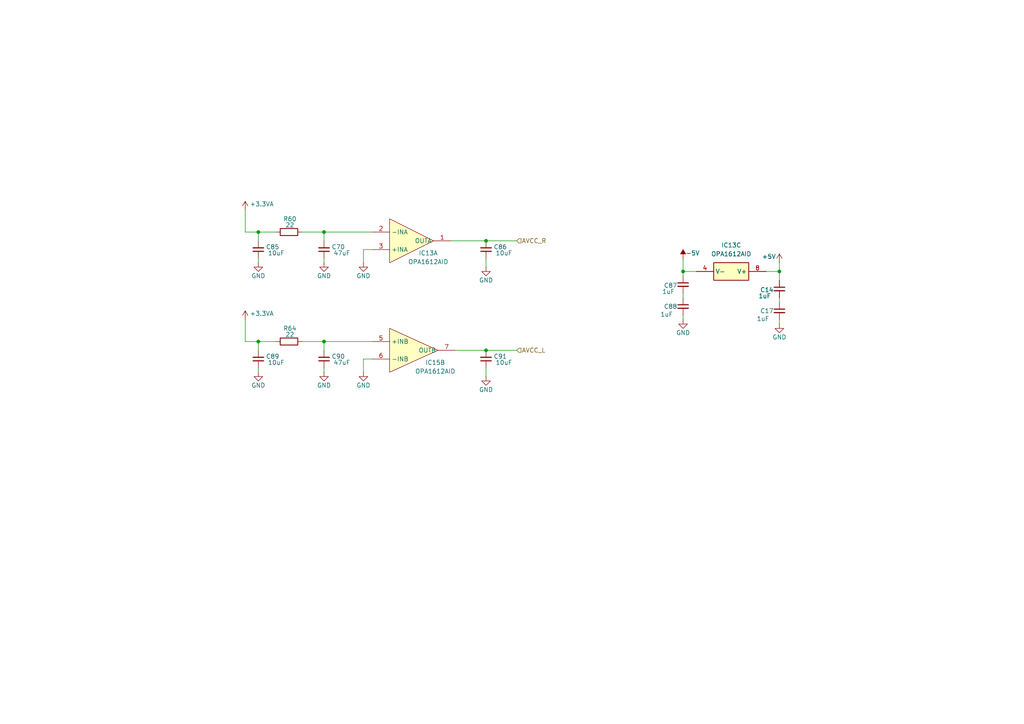
<source format=kicad_sch>
(kicad_sch (version 20250114) (generator "eeschema") (generator_version "9.0")
  (paper "A4")
  (lib_symbols
    (symbol "Device:C_Small" (pin_numbers (hide yes)) (pin_names (offset 0.254) (hide yes))
      (property "Reference" "C" (at 0.254 1.778 0))
      (property "Value" "C_Small" (at 0.254 -2.032 0))
      (symbol "C_Small_0_1"
        (polyline (pts (xy -1.524 0.508) (xy 1.524 0.508)) (stroke (width 0.3048)))
        (polyline (pts (xy -1.524 -0.508) (xy 1.524 -0.508)) (stroke (width 0.3302)))
      )
      (symbol "C_Small_1_1"
        (pin passive line (at 0 2.54 270) (length 2.032) (name "~") (number "1"))
        (pin passive line (at 0 -2.54 90) (length 2.032) (name "~") (number "2"))
      )
    )
    (symbol "Device:R" (pin_numbers (hide yes)) (pin_names (offset 0))
      (property "Reference" "R" (at 2.032 0 90))
      (property "Value" "R" (at 0 0 90))
      (symbol "R_0_1"
        (rectangle (start -1.016 -2.54) (end 1.016 2.54) (stroke (width 0.254)))
      )
      (symbol "R_1_1"
        (pin passive line (at 0 3.81 270) (length 1.27) (name "~") (number "1"))
        (pin passive line (at 0 -3.81 90) (length 1.27) (name "~") (number "2"))
      )
    )
    (symbol "OPA1612AID:OPA1612AID"
      (property "Reference" "IC" (at 8.128 -3.556 0))
      (property "Value" "OPA1612AID" (at 8.128 -6.096 0))
      (symbol "OPA1612AID_1_1"
        (polyline (pts (xy -1.27 6.35) (xy -1.27 -6.35) (xy 11.43 0) (xy -1.27 6.35)) (fill (type background)))
        (pin passive line (at -6.35 2.54 0) (length 5.08) (name "-INA") (number "2"))
        (pin passive line (at -6.35 -2.54 0) (length 5.08) (name "+INA") (number "3"))
        (pin passive line (at 16.51 0 180) (length 5.08) (name "OUTA") (number "1"))
      )
      (symbol "OPA1612AID_2_1"
        (polyline (pts (xy -1.27 6.35) (xy -1.27 -6.35) (xy 11.43 0) (xy -1.27 6.35)) (fill (type background)))
        (pin passive line (at -6.35 2.54 0) (length 5.08) (name "+INB") (number "5"))
        (pin passive line (at -6.35 -2.54 0) (length 5.08) (name "-INB") (number "6"))
        (pin passive line (at 16.51 0 180) (length 5.08) (name "OUTB") (number "7"))
      )
      (symbol "OPA1612AID_3_1"
        (rectangle (start 5.08 2.54) (end 15.24 -2.54) (stroke (width 0.254)) (fill (type background)))
        (pin passive line (at 0 0 0) (length 5.08) (name "V-") (number "4"))
        (pin passive line (at 20.32 0 180) (length 5.08) (name "V+") (number "8"))
      )
    )
    (symbol "OPA1612AID_1"
      (property "Reference" "IC13" (at 5.715 11.43 0))
      (property "Value" "OPA1612AID" (at 5.715 8.89 0))
      (symbol "OPA1612AID_1_1_1"
        (polyline (pts (xy -1.27 6.35) (xy -1.27 -6.35) (xy 13.97 0) (xy -1.27 6.35)) (fill (type background)))
        (pin passive line (at -6.35 2.54 0) (length 5.08) (name "-INA") (number "2"))
        (pin passive line (at -6.35 -2.54 0) (length 5.08) (name "+INA") (number "3"))
        (pin passive line (at 19.05 0 180) (length 5.08) (name "OUTA") (number "1"))
      )
      (symbol "OPA1612AID_1_2_1"
        (polyline (pts (xy -1.27 6.35) (xy -1.27 -6.35) (xy 12.7 0) (xy -1.27 6.35)) (fill (type background)))
        (pin passive line (at -6.35 2.54 0) (length 5.08) (name "+INB") (number "5"))
        (pin passive line (at -6.35 -2.54 0) (length 5.08) (name "-INB") (number "6"))
        (pin passive line (at 17.78 0 180) (length 5.08) (name "OUTB") (number "7"))
      )
      (symbol "OPA1612AID_1_3_1"
        (rectangle (start 5.08 2.54) (end 15.24 -2.54) (stroke (width 0.254)) (fill (type background)))
        (pin passive line (at 0 0 0) (length 5.08) (name "V-") (number "4"))
        (pin passive line (at 20.32 0 180) (length 5.08) (name "V+") (number "8"))
      )
    )
    (symbol "power:+3.3VA" (power) (pin_numbers (hide yes)) (pin_names (offset 0) (hide yes))
      (property "Value" "+3.3VA" (at 0 3.556 0))
      (symbol "+3.3VA_0_1"
        (polyline (pts (xy -0.762 1.27) (xy 0 2.54)))
        (polyline (pts (xy 0 2.54) (xy 0.762 1.27)))
        (polyline (pts (xy 0 0) (xy 0 2.54)))
      )
      (symbol "+3.3VA_1_1"
        (pin power_in line (at 0 0 90) (length 0) (name "~") (number "1"))
      )
    )
    (symbol "power:+5V" (power) (pin_numbers (hide yes)) (pin_names (offset 0) (hide yes))
      (property "Value" "+5V" (at 0 3.556 0))
      (symbol "+5V_0_1"
        (polyline (pts (xy -0.762 1.27) (xy 0 2.54)))
        (polyline (pts (xy 0 2.54) (xy 0.762 1.27)))
        (polyline (pts (xy 0 0) (xy 0 2.54)))
      )
      (symbol "+5V_1_1"
        (pin power_in line (at 0 0 90) (length 0) (name "~") (number "1"))
      )
    )
    (symbol "power:-5V" (power) (pin_numbers (hide yes)) (pin_names (offset 0) (hide yes))
      (property "Value" "-5V" (at 0 3.556 0))
      (symbol "-5V_0_0"
        (pin power_in line (at 0 0 90) (length 0) (name "~") (number "1"))
      )
      (symbol "-5V_0_1"
        (polyline (pts (xy 0 0) (xy 0 1.27) (xy 0.762 1.27) (xy 0 2.54) (xy -0.762 1.27) (xy 0 1.27)) (fill (type outline)))
      )
    )
    (symbol "power:GND" (power) (pin_numbers (hide yes)) (pin_names (offset 0) (hide yes))
      (property "Value" "GND" (at 0 -3.81 0))
      (symbol "GND_0_1"
        (polyline (pts (xy 0 0) (xy 0 -1.27) (xy 1.27 -1.27) (xy 0 -2.54) (xy -1.27 -1.27) (xy 0 -1.27)))
      )
      (symbol "GND_1_1"
        (pin power_in line (at 0 0 270) (length 0) (name "~") (number "1"))
      )
    )
  )
  (junction (at 93.98 99.06))
  (junction (at 226.06 78.74))
  (junction (at 140.97 69.85))
  (junction (at 140.97 101.6))
  (junction (at 74.93 99.06))
  (junction (at 93.98 67.31))
  (junction (at 74.93 67.31))
  (junction (at 198.12 78.74))
  (wire (pts (xy 74.93 69.85) (xy 74.93 67.31)))
  (wire (pts (xy 105.41 104.14) (xy 105.41 107.95)))
  (wire (pts (xy 140.97 101.6) (xy 149.86 101.6)))
  (wire (pts (xy 93.98 76.2) (xy 93.98 74.93)))
  (wire (pts (xy 198.12 78.74) (xy 198.12 80.01)))
  (wire (pts (xy 74.93 99.06) (xy 80.01 99.06)))
  (wire (pts (xy 93.98 101.6) (xy 93.98 99.06)))
  (wire (pts (xy 71.12 92.71) (xy 71.12 99.06)))
  (wire (pts (xy 140.97 69.85) (xy 149.86 69.85)))
  (wire (pts (xy 74.93 76.2) (xy 74.93 74.93)))
  (wire (pts (xy 198.12 85.09) (xy 198.12 86.36)))
  (wire (pts (xy 87.63 67.31) (xy 93.98 67.31)))
  (wire (pts (xy 74.93 101.6) (xy 74.93 99.06)))
  (wire (pts (xy 71.12 60.96) (xy 71.12 67.31)))
  (wire (pts (xy 87.63 99.06) (xy 93.98 99.06)))
  (wire (pts (xy 226.06 86.36) (xy 226.06 87.63)))
  (wire (pts (xy 140.97 74.93) (xy 140.97 77.47)))
  (wire (pts (xy 93.98 99.06) (xy 107.95 99.06)))
  (wire (pts (xy 198.12 74.93) (xy 198.12 78.74)))
  (wire (pts (xy 105.41 104.14) (xy 107.95 104.14)))
  (wire (pts (xy 226.06 76.2) (xy 226.06 78.74)))
  (wire (pts (xy 74.93 67.31) (xy 80.01 67.31)))
  (wire (pts (xy 132.08 101.6) (xy 140.97 101.6)))
  (wire (pts (xy 105.41 72.39) (xy 105.41 76.2)))
  (wire (pts (xy 93.98 67.31) (xy 107.95 67.31)))
  (wire (pts (xy 93.98 107.95) (xy 93.98 106.68)))
  (wire (pts (xy 198.12 91.44) (xy 198.12 92.71)))
  (wire (pts (xy 140.97 106.68) (xy 140.97 109.22)))
  (wire (pts (xy 226.06 78.74) (xy 226.06 81.28)))
  (wire (pts (xy 71.12 99.06) (xy 74.93 99.06)))
  (wire (pts (xy 198.12 78.74) (xy 201.93 78.74)))
  (wire (pts (xy 130.81 69.85) (xy 140.97 69.85)))
  (wire (pts (xy 226.06 93.98) (xy 226.06 92.71)))
  (wire (pts (xy 93.98 69.85) (xy 93.98 67.31)))
  (wire (pts (xy 107.95 72.39) (xy 105.41 72.39)))
  (wire (pts (xy 222.25 78.74) (xy 226.06 78.74)))
  (wire (pts (xy 74.93 107.95) (xy 74.93 106.68)))
  (wire (pts (xy 71.12 67.31) (xy 74.93 67.31)))
  (hierarchical_label "AVCC_R" (shape input) (at 149.86 69.85 0))
  (hierarchical_label "AVCC_L" (shape input) (at 149.86 101.6 0))
  (symbol (lib_id "power:GND") (at 198.12 92.71 0) (unit 1)
    (property "Reference" "#PWR0142" (effects (hide yes)))
    (property "Value" "GND" (at 198.12 96.52 0))
    (property "Description" "Power symbol creates a global label with name \"GND\" , ground" (effects (hide yes)))
  )
  (symbol (lib_id "Device:C_Small") (at 74.93 72.39 180) (unit 1)
    (property "Reference" "C85" (at 81.026 71.628 0) (effects (justify left)))
    (property "Value" "10uF" (at 82.55 73.406 0) (effects (justify left)))
    (property "Description" "Unpolarized capacitor, small symbol" (effects (hide yes)))
  )
  (symbol (lib_id "power:GND") (at 140.97 77.47 0) (unit 1)
    (property "Reference" "#PWR0146" (effects (hide yes)))
    (property "Value" "GND" (at 140.97 81.28 0))
    (property "Description" "Power symbol creates a global label with name \"GND\" , ground" (effects (hide yes)))
  )
  (symbol (lib_id "power:GND") (at 226.06 93.98 0) (unit 1)
    (property "Reference" "#PWR0143" (effects (hide yes)))
    (property "Value" "GND" (at 226.06 97.79 0))
    (property "Description" "Power symbol creates a global label with name \"GND\" , ground" (effects (hide yes)))
  )
  (symbol (lib_id "power:+3.3VA") (at 71.12 60.96 0) (unit 1)
    (property "Reference" "#PWR015" (effects (hide yes)))
    (property "Value" "+3.3VA" (at 75.946 59.182 0))
    (property "Description" "Power symbol creates a global label with name \"+3.3VA\"" (effects (hide yes)))
  )
  (symbol (lib_id "OPA1612AID:OPA1612AID") (at 114.3 69.85 0) (unit 1)
    (property "Reference" "IC13" (at 124.206 73.406 0))
    (property "Value" "OPA1612AID" (at 124.206 75.946 0))
    (property "Footprint" "SOIC127P600X175-8N" (effects (hide yes)))
    (property "Datasheet" "https://www.ti.com/lit/gpn/OPA1612" (effects (hide yes)))
    (property "Description" "Audio Amplifiers 1.1nV Noise Low Pwr Prec Op Amp" (effects (hide yes)))
    (property "Height" "1.75" (effects (hide yes)))
    (property "Mouser Part Number" "595-OPA1612AID" (effects (hide yes)))
    (property "Mouser Price/Stock" "https://www.mouser.co.uk/ProductDetail/Texas-Instruments/OPA1612AID?qs=6805eV47HhZ33ht61fXkkg%3D%3D" (effects (hide yes)))
    (property "Manufacturer_Name" "Texas Instruments" (effects (hide yes)))
    (property "Manufacturer_Part_Number" "OPA1612AID" (effects (hide yes)))
  )
  (symbol (lib_id "Device:C_Small") (at 74.93 104.14 180) (unit 1)
    (property "Reference" "C89" (at 81.026 103.378 0) (effects (justify left)))
    (property "Value" "10uF" (at 82.55 105.156 0) (effects (justify left)))
    (property "Description" "Unpolarized capacitor, small symbol" (effects (hide yes)))
  )
  (symbol (lib_id "power:GND") (at 93.98 76.2 0) (unit 1)
    (property "Reference" "#PWR0144" (effects (hide yes)))
    (property "Value" "GND" (at 93.98 80.01 0))
    (property "Description" "Power symbol creates a global label with name \"GND\" , ground" (effects (hide yes)))
  )
  (symbol (lib_id "Device:C_Small") (at 140.97 72.39 180) (unit 1)
    (property "Reference" "C86" (at 147.066 71.628 0) (effects (justify left)))
    (property "Value" "10uF" (at 148.59 73.406 0) (effects (justify left)))
    (property "Description" "Unpolarized capacitor, small symbol" (effects (hide yes)))
  )
  (symbol (lib_id "power:GND") (at 74.93 107.95 0) (unit 1)
    (property "Reference" "#PWR0147" (effects (hide yes)))
    (property "Value" "GND" (at 74.93 111.76 0))
    (property "Description" "Power symbol creates a global label with name \"GND\" , ground" (effects (hide yes)))
  )
  (symbol (lib_id "Device:C_Small") (at 198.12 82.55 0) (unit 1)
    (property "Reference" "C87" (at 192.532 82.804 0) (effects (justify left)))
    (property "Value" "1uF" (at 192.024 84.582 0) (effects (justify left)))
    (property "Description" "Unpolarized capacitor, small symbol" (effects (hide yes)))
  )
  (symbol (lib_id "power:GND") (at 93.98 107.95 0) (unit 1)
    (property "Reference" "#PWR0148" (effects (hide yes)))
    (property "Value" "GND" (at 93.98 111.76 0))
    (property "Description" "Power symbol creates a global label with name \"GND\" , ground" (effects (hide yes)))
  )
  (symbol (lib_id "power:GND") (at 105.41 107.95 0) (unit 1)
    (property "Reference" "#PWR0149" (effects (hide yes)))
    (property "Value" "GND" (at 105.41 111.76 0))
    (property "Description" "Power symbol creates a global label with name \"GND\" , ground" (effects (hide yes)))
  )
  (symbol (lib_id "power:+5V") (at 226.06 76.2 0) (unit 1)
    (property "Reference" "#PWR0127" (effects (hide yes)))
    (property "Value" "+5V" (at 223.012 74.422 0))
    (property "Description" "Power symbol creates a global label with name \"+5V\"" (effects (hide yes)))
  )
  (symbol (lib_id "Device:C_Small") (at 226.06 83.82 0) (unit 1)
    (property "Reference" "C14" (at 220.472 84.074 0) (effects (justify left)))
    (property "Value" "1uF" (at 219.964 85.852 0) (effects (justify left)))
    (property "Description" "Unpolarized capacitor, small symbol" (effects (hide yes)))
  )
  (symbol (lib_id "power:-5V") (at 198.12 74.93 0) (unit 1)
    (property "Reference" "#PWR0120" (effects (hide yes)))
    (property "Value" "-5V" (at 200.914 73.406 0))
    (property "Description" "Power symbol creates a global label with name \"-5V\"" (effects (hide yes)))
  )
  (symbol (lib_id "Device:C_Small") (at 93.98 72.39 180) (unit 1)
    (property "Reference" "C70" (at 100.076 71.628 0) (effects (justify left)))
    (property "Value" "47uF" (at 101.6 73.406 0) (effects (justify left)))
    (property "Description" "Unpolarized capacitor, small symbol" (effects (hide yes)))
  )
  (symbol (lib_id "power:GND") (at 140.97 109.22 0) (unit 1)
    (property "Reference" "#PWR0150" (effects (hide yes)))
    (property "Value" "GND" (at 140.97 113.03 0))
    (property "Description" "Power symbol creates a global label with name \"GND\" , ground" (effects (hide yes)))
  )
  (symbol (lib_id "Device:C_Small") (at 140.97 104.14 180) (unit 1)
    (property "Reference" "C91" (at 147.066 103.378 0) (effects (justify left)))
    (property "Value" "10uF" (at 148.59 105.156 0) (effects (justify left)))
    (property "Description" "Unpolarized capacitor, small symbol" (effects (hide yes)))
  )
  (symbol (lib_name "OPA1612AID_1") (lib_id "OPA1612AID:OPA1612AID") (at 114.3 101.6 0) (unit 2)
    (property "Reference" "IC15" (at 126.238 105.156 0))
    (property "Value" "OPA1612AID" (at 126.238 107.696 0))
    (property "Footprint" "SOIC127P600X175-8N" (effects (hide yes)))
    (property "Datasheet" "https://www.ti.com/lit/gpn/OPA1612" (effects (hide yes)))
    (property "Description" "Audio Amplifiers 1.1nV Noise Low Pwr Prec Op Amp" (effects (hide yes)))
    (property "Height" "1.75" (effects (hide yes)))
    (property "Mouser Part Number" "595-OPA1612AID" (effects (hide yes)))
    (property "Mouser Price/Stock" "https://www.mouser.co.uk/ProductDetail/Texas-Instruments/OPA1612AID?qs=6805eV47HhZ33ht61fXkkg%3D%3D" (effects (hide yes)))
    (property "Manufacturer_Name" "Texas Instruments" (effects (hide yes)))
    (property "Manufacturer_Part_Number" "OPA1612AID" (effects (hide yes)))
  )
  (symbol (lib_id "power:GND") (at 74.93 76.2 0) (unit 1)
    (property "Reference" "#PWR0145" (effects (hide yes)))
    (property "Value" "GND" (at 74.93 80.01 0))
    (property "Description" "Power symbol creates a global label with name \"GND\" , ground" (effects (hide yes)))
  )
  (symbol (lib_id "Device:R") (at 83.82 67.31 90) (unit 1)
    (property "Reference" "R60" (at 84.074 63.5 90))
    (property "Value" "22" (at 84.074 65.278 90))
    (property "Description" "Resistor" (effects (hide yes)))
  )
  (symbol (lib_id "Device:C_Small") (at 198.12 88.9 0) (unit 1)
    (property "Reference" "C88" (at 192.532 88.9 0) (effects (justify left)))
    (property "Value" "1uF" (at 191.516 91.186 0) (effects (justify left)))
    (property "Description" "Unpolarized capacitor, small symbol" (effects (hide yes)))
  )
  (symbol (lib_id "Device:R") (at 83.82 99.06 90) (unit 1)
    (property "Reference" "R64" (at 84.074 95.25 90))
    (property "Value" "22" (at 84.074 97.028 90))
    (property "Description" "Resistor" (effects (hide yes)))
  )
  (symbol (lib_id "power:+3.3VA") (at 71.12 92.71 0) (unit 1)
    (property "Reference" "#PWR023" (effects (hide yes)))
    (property "Value" "+3.3VA" (at 75.946 90.932 0))
    (property "Description" "Power symbol creates a global label with name \"+3.3VA\"" (effects (hide yes)))
  )
  (symbol (lib_id "OPA1612AID:OPA1612AID") (at 201.93 78.74 0) (unit 3)
    (property "Reference" "IC13" (at 212.09 71.12 0))
    (property "Value" "OPA1612AID" (at 212.09 73.66 0))
    (property "Footprint" "SOIC127P600X175-8N" (effects (hide yes)))
    (property "Datasheet" "https://www.ti.com/lit/gpn/OPA1612" (effects (hide yes)))
    (property "Description" "Audio Amplifiers 1.1nV Noise Low Pwr Prec Op Amp" (effects (hide yes)))
    (property "Height" "1.75" (effects (hide yes)))
    (property "Mouser Part Number" "595-OPA1612AID" (effects (hide yes)))
    (property "Mouser Price/Stock" "https://www.mouser.co.uk/ProductDetail/Texas-Instruments/OPA1612AID?qs=6805eV47HhZ33ht61fXkkg%3D%3D" (effects (hide yes)))
    (property "Manufacturer_Name" "Texas Instruments" (effects (hide yes)))
    (property "Manufacturer_Part_Number" "OPA1612AID" (effects (hide yes)))
  )
  (symbol (lib_id "Device:C_Small") (at 93.98 104.14 180) (unit 1)
    (property "Reference" "C90" (at 100.076 103.378 0) (effects (justify left)))
    (property "Value" "47uF" (at 101.6 105.156 0) (effects (justify left)))
    (property "Description" "Unpolarized capacitor, small symbol" (effects (hide yes)))
  )
  (symbol (lib_id "power:GND") (at 105.41 76.2 0) (unit 1)
    (property "Reference" "#PWR0140" (effects (hide yes)))
    (property "Value" "GND" (at 105.41 80.01 0))
    (property "Description" "Power symbol creates a global label with name \"GND\" , ground" (effects (hide yes)))
  )
  (symbol (lib_id "Device:C_Small") (at 226.06 90.17 0) (unit 1)
    (property "Reference" "C17" (at 220.472 90.17 0) (effects (justify left)))
    (property "Value" "1uF" (at 219.456 92.456 0) (effects (justify left)))
    (property "Description" "Unpolarized capacitor, small symbol" (effects (hide yes)))
  )
)
</source>
